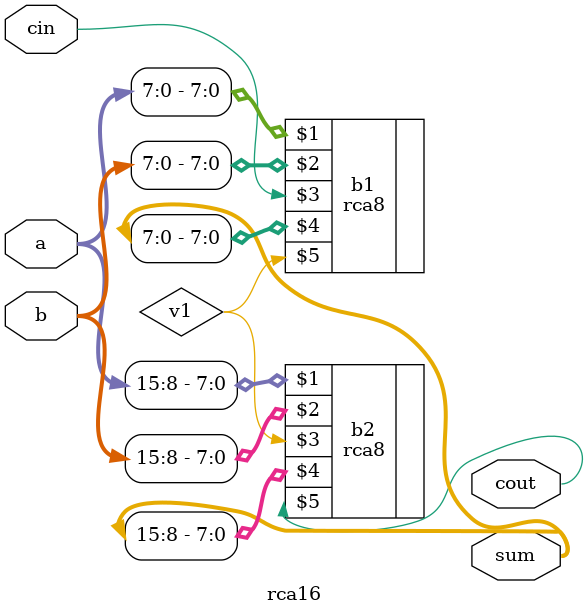
<source format=sv>
module rca16(input[15:0]a,b,input cin, output[15:0]sum, output cout);
    wire v1;
    rca8 b1(a[7:0],b[7:0],cin,sum[7:0],v1);
    rca8 b2(a[15:8],b[15:8],v1,sum[15:8],cout);
  endmodule

</source>
